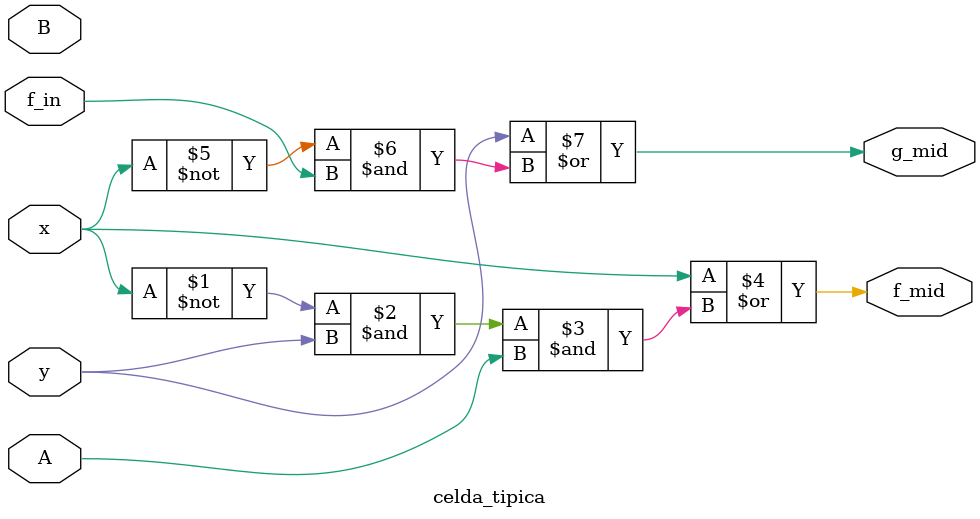
<source format=v>
module celda_tipica(
    input x, y, A, B, f_in,
    output f_mid, g_mid
);

assign f_mid = ((x)|((~x & y) & A));
    
assign g_mid = (y|(~x & f_in));

endmodule
</source>
